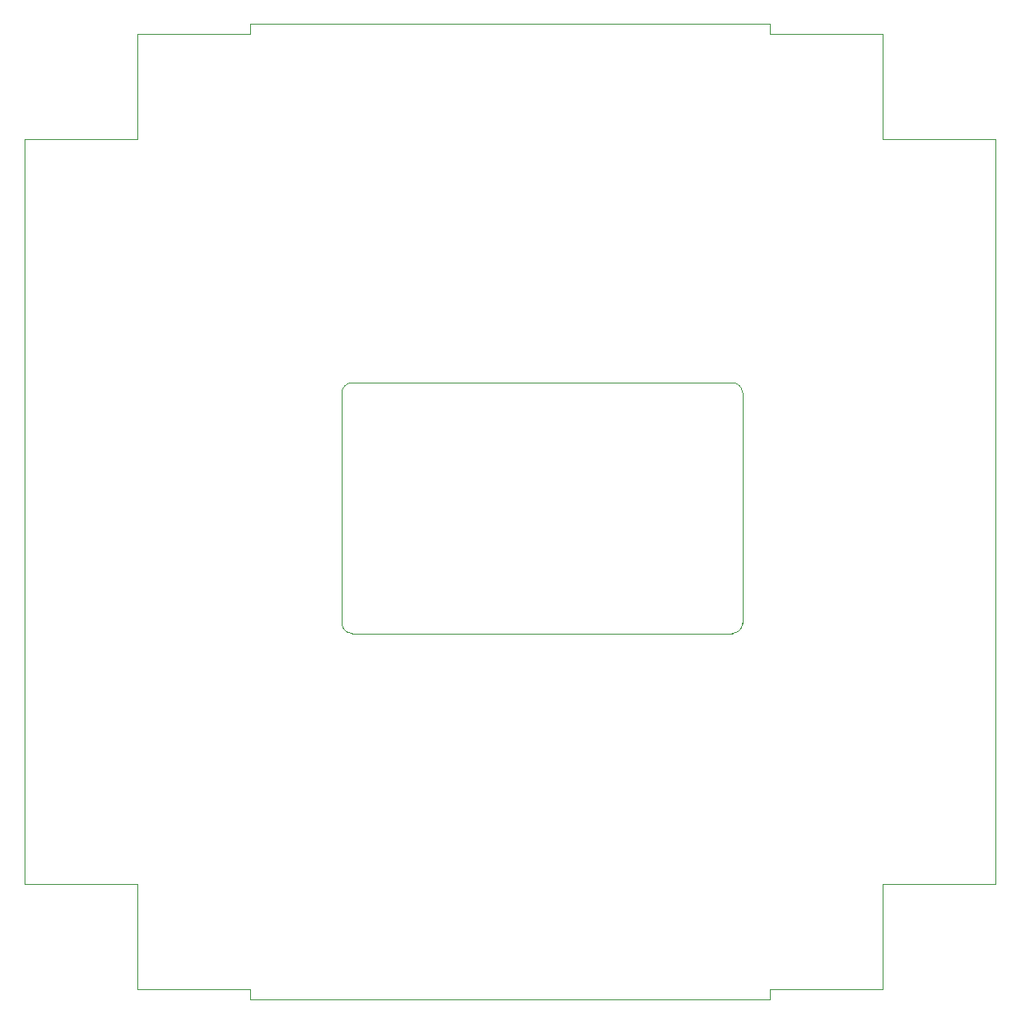
<source format=gbr>
%TF.GenerationSoftware,KiCad,Pcbnew,(6.0.5)*%
%TF.CreationDate,2022-08-19T16:14:06-07:00*%
%TF.ProjectId,Coil_Panels_Z,436f696c-5f50-4616-9e65-6c735f5a2e6b,rev?*%
%TF.SameCoordinates,Original*%
%TF.FileFunction,Profile,NP*%
%FSLAX46Y46*%
G04 Gerber Fmt 4.6, Leading zero omitted, Abs format (unit mm)*
G04 Created by KiCad (PCBNEW (6.0.5)) date 2022-08-19 16:14:06*
%MOMM*%
%LPD*%
G01*
G04 APERTURE LIST*
%TA.AperFunction,Profile*%
%ADD10C,0.050000*%
%TD*%
G04 APERTURE END LIST*
D10*
X121238000Y-46399200D02*
X109964000Y-46399200D01*
X173110000Y-45399200D02*
X121238000Y-45399200D01*
X184384000Y-56914800D02*
X184384000Y-46399200D01*
X130380000Y-105200000D02*
G75*
G03*
X131380000Y-106200000I1000000J0D01*
G01*
X121236000Y-142728000D02*
X121236000Y-141728000D01*
X170380000Y-82200000D02*
G75*
G03*
X169380000Y-81200000I-1000000J0D01*
G01*
X169380000Y-106200000D02*
G75*
G03*
X170380000Y-105200000I0J1000000D01*
G01*
X121238000Y-46399200D02*
X121238000Y-45399200D01*
X169380000Y-106200000D02*
X131380000Y-106200000D01*
X121236000Y-141728000D02*
X109962000Y-141728000D01*
X184382000Y-141728000D02*
X173108000Y-141728000D01*
X195656000Y-131212400D02*
X195658000Y-56914800D01*
X109962000Y-141728000D02*
X109962000Y-131212400D01*
X98690000Y-56914800D02*
X98688000Y-131212400D01*
X173110000Y-45399200D02*
X173110000Y-46399200D01*
X109964000Y-56914800D02*
X98690000Y-56914800D01*
X195658000Y-56914800D02*
X184384000Y-56914800D01*
X184384000Y-46399200D02*
X173110000Y-46399200D01*
X173108000Y-142728000D02*
X121236000Y-142728000D01*
X131380000Y-81200000D02*
G75*
G03*
X130380000Y-82200000I0J-1000000D01*
G01*
X170380000Y-82200000D02*
X170380000Y-105200000D01*
X195656000Y-131212400D02*
X184382000Y-131212400D01*
X109964000Y-56914800D02*
X109964000Y-46399200D01*
X109962000Y-131212400D02*
X98688000Y-131212400D01*
X173108000Y-141728000D02*
X173108000Y-142728000D01*
X169380000Y-81200000D02*
X131380000Y-81200000D01*
X130380000Y-82200000D02*
X130380000Y-105200000D01*
X184382000Y-141728000D02*
X184382000Y-131212400D01*
M02*

</source>
